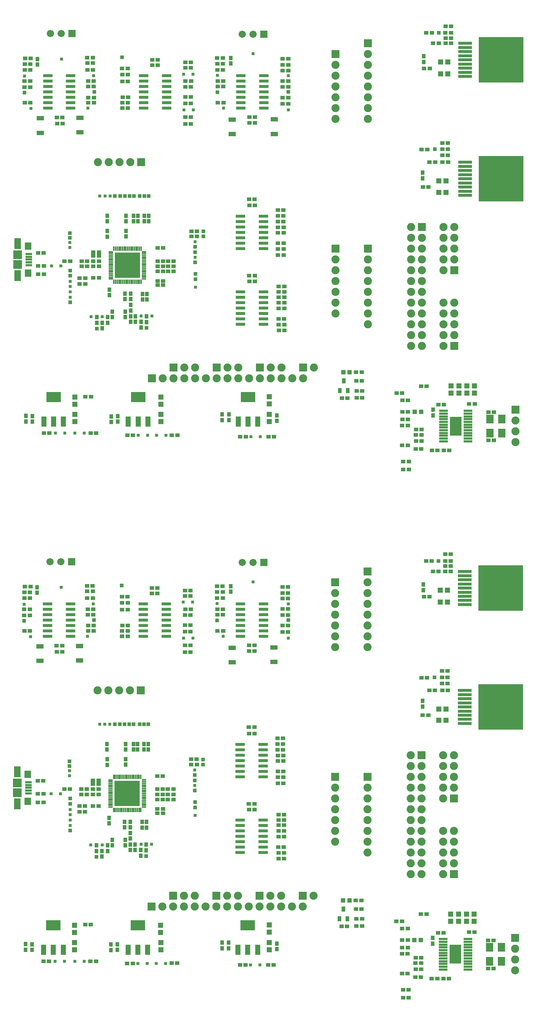
<source format=gbr>
G04 DipTrace 2.4.0.2*
%INTopMask.gbr*%
%MOMM*%
%ADD39R,0.635X0.635*%
%ADD57R,2.704X4.404*%
%ADD59R,2.004X0.604*%
%ADD61R,10.504X10.704*%
%ADD63R,3.204X0.804*%
%ADD65R,2.204X0.804*%
%ADD67R,5.904X5.904*%
%ADD69O,1.054X0.404*%
%ADD71O,0.404X1.054*%
%ADD73R,3.454X2.354*%
%ADD75R,1.154X2.354*%
%ADD77R,0.839X0.839*%
%ADD79R,1.804X2.004*%
%ADD81C,1.704*%
%ADD83R,1.704X1.704*%
%ADD85R,0.854X1.254*%
%ADD87R,2.104X2.004*%
%ADD89R,1.504X2.504*%
%ADD91R,1.604X1.804*%
%ADD93R,1.554X0.604*%
%ADD95C,1.904*%
%ADD97R,1.904X1.904*%
%ADD99R,1.004X1.004*%
%ADD101R,1.804X1.004*%
%ADD103R,0.804X0.804*%
%ADD105R,1.304X1.204*%
%ADD107R,1.104X0.904*%
%ADD109R,0.904X1.104*%
%ADD111R,1.204X1.304*%
%FSLAX53Y53*%
G04*
G71*
G90*
G75*
G01*
%LNTopMask*%
%LPD*%
D111*
X64056Y110658D3*
Y112358D3*
D109*
X54506Y111008D3*
Y112308D3*
D107*
X59336Y182198D3*
X60636D3*
X14066Y182098D3*
X15366D3*
X59336Y161478D3*
X60636D3*
X59346Y143548D3*
X60646D3*
X36476Y194348D3*
X37776D3*
D111*
X64056Y116508D3*
Y114808D3*
D107*
X67346Y160308D3*
X66046D3*
X51886Y190648D3*
X53186D3*
X37736Y151458D3*
X39036D3*
X51836Y194698D3*
X53136D3*
D111*
X38571Y110618D3*
Y112318D3*
D107*
X68486Y190698D3*
X67186D3*
D105*
X106026Y195168D3*
X104326D3*
D111*
X38521Y116418D3*
Y114718D3*
D107*
X40236Y148358D3*
X41536D3*
D109*
X30296Y154128D3*
Y155428D3*
D107*
X37736Y147158D3*
X39036D3*
D109*
X28371Y110618D3*
Y111918D3*
D105*
X106026Y192368D3*
X104326D3*
D107*
X37736Y145958D3*
X39036D3*
X67396Y149758D3*
X66096D3*
X68486Y194498D3*
X67186D3*
X37786Y143708D3*
X39086D3*
X29426Y193598D3*
X30726D3*
D109*
X25946Y154098D3*
Y155398D3*
D107*
X37786Y142758D3*
X39086D3*
D109*
X35236Y140658D3*
Y139358D3*
D107*
X6466Y190648D3*
X7766D3*
X67546Y142398D3*
X66246D3*
D109*
X34186Y140658D3*
Y139358D3*
X33886Y134058D3*
Y132758D3*
D107*
X23936Y148358D3*
X22636D3*
D111*
X18291Y110668D3*
Y112368D3*
D107*
X6516Y194598D3*
X7816D3*
D109*
X31436Y140708D3*
Y139408D3*
D107*
X23936Y147158D3*
X22636D3*
D111*
X18291Y116418D3*
Y114718D3*
D109*
X30036Y140708D3*
Y139408D3*
X8291Y110618D3*
Y111918D3*
X30186Y136458D3*
Y135158D3*
D107*
X22716Y190648D3*
X21416D3*
D109*
X27136Y136458D3*
Y135158D3*
X24736Y133858D3*
Y132558D3*
D107*
X23936Y144408D3*
X22636D3*
D105*
X105626Y167178D3*
X103926D3*
X105626Y164528D3*
X103926D3*
D109*
X26436Y141658D3*
Y140358D3*
D107*
X67596Y132098D3*
X66296D3*
X22566Y194848D3*
X21266D3*
X85896Y116228D3*
X84596D3*
X41536Y147158D3*
X40236D3*
X19886Y148358D3*
X21186D3*
D109*
X31436Y136758D3*
Y138058D3*
D107*
X19886Y147158D3*
X21186D3*
X41536Y145958D3*
X40236D3*
X30826Y186848D3*
X29526D3*
X45626Y190648D3*
X44326D3*
X45576Y185398D3*
X44276D3*
X10986Y147258D3*
X9686D3*
X115546Y112808D3*
X116846D3*
X115546Y106258D3*
X116846D3*
D111*
X112296Y119008D3*
Y117308D3*
X110496Y119008D3*
Y117308D3*
X108646Y119008D3*
Y117308D3*
X106796Y119008D3*
Y117308D3*
D109*
X102546Y112108D3*
Y113408D3*
D107*
X105096Y114658D3*
X103796D3*
X95346Y115608D3*
X96646D3*
D103*
X61886Y107068D3*
X59686D3*
D101*
X55336Y181598D3*
Y178198D3*
D103*
X37521Y107418D3*
X39721D3*
X35371D3*
X33171D3*
D101*
X65186Y181648D3*
Y178248D3*
X10166Y181898D3*
Y178498D3*
D103*
X18341Y107968D3*
X20541D3*
X15941Y107918D3*
X13741D3*
D101*
X19466Y182048D3*
Y178648D3*
D99*
X81446Y122278D3*
X82946D3*
D103*
X46076Y192298D3*
X43876D3*
X46126Y183848D3*
X43926D3*
X14986Y147258D3*
X12786D3*
D99*
X99746Y112908D3*
X98246D3*
D97*
X71976Y123318D3*
D95*
X74516D3*
D97*
X87216Y199518D3*
D95*
Y196978D3*
Y194438D3*
Y191898D3*
Y189358D3*
Y186818D3*
Y184278D3*
Y181738D3*
D97*
X79596Y196978D3*
D95*
Y194438D3*
Y191898D3*
Y189358D3*
Y186818D3*
Y184278D3*
Y181738D3*
D97*
X33876Y171578D3*
D95*
X31336D3*
X28796D3*
X26256D3*
X23716D3*
D93*
X7486Y150008D3*
Y149358D3*
Y148708D3*
Y148058D3*
Y147408D3*
D91*
X7261Y151908D3*
Y145508D3*
D89*
X4811Y152458D3*
Y144958D3*
D87*
Y149858D3*
Y147558D3*
D97*
X87216Y151258D3*
D95*
Y148718D3*
Y146178D3*
Y143638D3*
Y141098D3*
Y138558D3*
Y136018D3*
Y133478D3*
D97*
X79596Y151258D3*
D95*
Y148718D3*
Y146178D3*
Y143638D3*
Y141098D3*
Y138558D3*
Y136018D3*
D97*
X99916Y156338D3*
D95*
X97376D3*
X99916Y153798D3*
X97376D3*
X99916Y151258D3*
X97376D3*
X99916Y148718D3*
X97376D3*
X99916Y146178D3*
X97376D3*
X99916Y143638D3*
X97376D3*
X99916Y141098D3*
X97376D3*
X99916Y138558D3*
X97376D3*
X99916Y136018D3*
X97376D3*
X99916Y133478D3*
X97376D3*
X99916Y130938D3*
X97376D3*
X99916Y128398D3*
X97376D3*
D97*
X51656Y123318D3*
D95*
X54196D3*
X56736D3*
D97*
X107536Y146178D3*
D95*
X104996D3*
X107536Y148718D3*
X104996D3*
X107536Y151258D3*
X104996D3*
X107536Y153798D3*
X104996D3*
X107536Y156338D3*
X104996D3*
D97*
X61816Y123318D3*
D95*
X64356D3*
X66896D3*
D97*
X107536Y128398D3*
D95*
X104996D3*
X107536Y130938D3*
X104996D3*
X107536Y133478D3*
X104996D3*
X107536Y136018D3*
X104996D3*
X107536Y138558D3*
X104996D3*
D97*
X36416Y120778D3*
D95*
X38956D3*
X41496D3*
X44036D3*
X46576D3*
X49116D3*
X51656D3*
X54196D3*
X56736D3*
X59276D3*
X61816D3*
X64356D3*
X66896D3*
X69436D3*
X71976D3*
D97*
X41496Y123318D3*
D95*
X44036D3*
X46576D3*
D97*
X121896Y113408D3*
D95*
Y110868D3*
Y108328D3*
Y105788D3*
D85*
X80596Y117928D3*
X82496D3*
X81546Y120228D3*
D109*
X65836Y110818D3*
Y112118D3*
D107*
X65136Y107068D3*
X63836D3*
D109*
X52956Y112308D3*
Y111008D3*
D107*
X60636Y180798D3*
X59336D3*
X15416Y180648D3*
X14116D3*
X60586Y162928D3*
X59286D3*
X60596Y144898D3*
X59296D3*
X37776Y195648D3*
X36476D3*
X57206Y107058D3*
X58506D3*
X105476Y203568D3*
X106776D3*
X67346Y157658D3*
X66046D3*
Y158958D3*
X67346D3*
X53186Y189348D3*
X51886D3*
D109*
X35636Y159008D3*
Y157708D3*
D107*
X105451Y202008D3*
X106751D3*
X45726Y155388D3*
X47026D3*
X42421Y107468D3*
X41121D3*
D109*
X34636Y159008D3*
Y157708D3*
X33136D3*
Y159008D3*
D107*
X100976Y201968D3*
X102276D3*
X105476Y200768D3*
X106776D3*
X53136Y193298D3*
X51836D3*
X51936Y185548D3*
X53236D3*
X67396Y156308D3*
X66096D3*
X45736Y154158D3*
X47036D3*
X102576Y199518D3*
X103876D3*
X105476D3*
X106776D3*
X51786Y196098D3*
X53086D3*
D109*
X32136Y157708D3*
Y159008D3*
D107*
X67396Y155008D3*
X66096D3*
D83*
X62786Y201648D3*
D81*
X60246D3*
X57706D3*
D107*
X68486Y185298D3*
X67186D3*
D109*
X54986Y196098D3*
Y194798D3*
D107*
X66096Y152558D3*
X67396D3*
D109*
X26821Y111868D3*
Y110568D3*
X30286Y159008D3*
Y157708D3*
D107*
X37736Y148358D3*
X39036D3*
X100461Y193618D3*
X101761D3*
X67186Y189298D3*
X68486D3*
X66096Y151208D3*
X67396D3*
X30671Y107418D3*
X31971D3*
X67186Y195898D3*
X68486D3*
D109*
X100326Y196468D3*
Y195168D3*
D107*
X67186Y193148D3*
X68486D3*
Y186798D3*
X67186D3*
X104726Y176128D3*
X106026D3*
X29476Y190598D3*
X30776D3*
Y192198D3*
X29476D3*
X23341Y107968D3*
X22041D3*
X7766Y189248D3*
X6466D3*
X67546Y139898D3*
X66246D3*
Y141148D3*
X67546D3*
D109*
X35156Y134038D3*
Y135338D3*
D107*
X23936Y150458D3*
X22636D3*
X22096Y116528D3*
X20796D3*
X23936Y149558D3*
X22636D3*
X104726Y174628D3*
X106026D3*
D109*
X32536Y134058D3*
Y135358D3*
D107*
X7816Y193298D3*
X6516D3*
Y185598D3*
X7816D3*
X99876Y174578D3*
X101176D3*
X104726Y173178D3*
X106026D3*
X6616Y195998D3*
X7916D3*
X67546Y138548D3*
X66246D3*
D109*
X6791Y111968D3*
Y110668D3*
D107*
X101726Y171578D3*
X103026D3*
X104776D3*
X106076D3*
X67546Y137198D3*
X66246D3*
X10991Y107968D3*
X12291D3*
D83*
X17616Y201848D3*
D81*
X15076D3*
X12536D3*
D107*
X22766Y185548D3*
X21466D3*
D109*
X9516Y195848D3*
Y194548D3*
D107*
X66196Y134748D3*
X67496D3*
D109*
X26036Y133858D3*
Y135158D3*
D107*
X21216Y196148D3*
X22516D3*
X21416Y189348D3*
X22716D3*
X100176Y165728D3*
X101476D3*
D109*
X23436Y133858D3*
Y135158D3*
D107*
X66246Y133448D3*
X67546D3*
X21266Y193298D3*
X22566D3*
X22766Y186798D3*
X21466D3*
D109*
X100126Y169128D3*
Y167828D3*
X25936Y159008D3*
Y157708D3*
D107*
X85896Y117878D3*
X84596D3*
D109*
X31436Y134058D3*
Y135358D3*
D107*
X15886Y148358D3*
X17186D3*
X85796Y120178D3*
X84496D3*
X85746Y122278D3*
X84446D3*
X30776Y184298D3*
X29476D3*
Y185548D3*
X30776D3*
X81096Y116178D3*
X82396D3*
X45576Y193798D3*
X44276D3*
X45576Y189298D3*
X44276D3*
Y195048D3*
X45576D3*
Y182148D3*
X44276D3*
X45576Y186948D3*
X44276D3*
Y180548D3*
X45576D3*
X10936Y150308D3*
X9636D3*
X10986Y145258D3*
X9686D3*
X98546Y108758D3*
X99846D3*
X98546Y106058D3*
X99846D3*
X112346Y114808D3*
X111046D3*
X96646Y111158D3*
X95346D3*
X96596Y109708D3*
X95296D3*
X96596Y105058D3*
X95296D3*
X98496Y107508D3*
X99796D3*
X95346Y112958D3*
X96646D3*
X93996Y117328D3*
X95296D3*
X99746Y118978D3*
X101046D3*
D79*
X115896Y111258D3*
X118696D3*
X115896Y107908D3*
X118696D3*
D107*
X102296Y103858D3*
X103596D3*
X106346D3*
X105046D3*
D39*
X51836Y191998D3*
D77*
Y188048D3*
D39*
X53286Y184298D3*
D77*
X35636Y163658D3*
X103876Y201968D3*
X48536Y155358D3*
X34636Y163658D3*
X33586D3*
X48536Y154158D3*
X32186Y163658D3*
D39*
X46586Y152858D3*
X60236Y197098D3*
D77*
X46586Y151708D3*
Y150458D3*
X31136Y163658D3*
D39*
X46586Y149258D3*
X68536Y191898D3*
D77*
X46586Y148058D3*
X68536Y188098D3*
D39*
Y183898D3*
D77*
X30036Y163658D3*
X28936D3*
X27736D3*
X46646Y144078D3*
D39*
X26586Y163658D3*
D77*
X46646Y145378D3*
D39*
X25386Y163658D3*
X46636Y142258D3*
X24186Y163658D3*
D77*
X17136Y154958D3*
D39*
X6416Y191848D3*
D77*
X17136Y153808D3*
D39*
Y152708D3*
X36386Y135458D3*
D77*
X6416Y187948D3*
D39*
X17136Y151558D3*
X7966Y184248D3*
D77*
X35136Y132658D3*
D39*
X33906Y135448D3*
D77*
X102976Y174628D3*
D39*
X15166Y195848D3*
D77*
X17236Y146158D3*
Y144908D3*
D39*
Y143608D3*
X22666Y191898D3*
X17236Y142358D3*
D77*
X22866Y188148D3*
D39*
X21366Y184298D3*
X24776Y135248D3*
X17236Y141108D3*
D77*
X23436Y132458D3*
D39*
X17236Y139858D3*
X22086Y135258D3*
D77*
X17236Y138658D3*
X29396Y196228D3*
D75*
X56736Y110618D3*
X59036D3*
X61336D3*
D73*
X59036Y116418D3*
D71*
X33876Y151258D3*
X33476D3*
X33076D3*
X32676D3*
X32276D3*
X31876D3*
X31476D3*
X31076D3*
X30676D3*
X30276D3*
X29876D3*
X29476D3*
X29076D3*
X28676D3*
X28276D3*
X27876D3*
X27476D3*
D69*
X26781Y150553D3*
Y150153D3*
Y149753D3*
Y149353D3*
Y148953D3*
Y148553D3*
Y148153D3*
Y147753D3*
Y147353D3*
Y146953D3*
Y146553D3*
Y146153D3*
Y145753D3*
Y145353D3*
Y144953D3*
Y144553D3*
Y144153D3*
D71*
X27486Y143458D3*
X27886D3*
X28286D3*
X28686D3*
X29086D3*
X29486D3*
X29886D3*
X30286D3*
X30686D3*
X31086D3*
X31486D3*
X31886D3*
X32286D3*
X32686D3*
X33086D3*
X33486D3*
X33886D3*
D69*
X34581Y144163D3*
Y144563D3*
Y144963D3*
Y145363D3*
Y145763D3*
Y146163D3*
Y146563D3*
Y146963D3*
Y147363D3*
Y147763D3*
Y148163D3*
Y148563D3*
Y148963D3*
Y149363D3*
Y149763D3*
Y150163D3*
Y150563D3*
D67*
X30681Y147358D3*
D65*
X57336Y191898D3*
Y190628D3*
Y189358D3*
Y188088D3*
Y186818D3*
Y185548D3*
Y184278D3*
X62736D3*
Y185548D3*
Y186818D3*
Y188088D3*
Y189358D3*
Y190628D3*
Y191898D3*
X57236Y158878D3*
Y157608D3*
Y156338D3*
Y155068D3*
Y153798D3*
Y152528D3*
Y151258D3*
X62636D3*
Y152528D3*
Y153798D3*
Y155068D3*
Y156338D3*
Y157608D3*
Y158878D3*
D63*
X110076Y199518D3*
Y198548D3*
Y197578D3*
Y196608D3*
Y195638D3*
Y194668D3*
Y193698D3*
Y192728D3*
Y191758D3*
D61*
X118526Y195638D3*
D75*
X30876Y110618D3*
X33176D3*
X35476D3*
D73*
X33176Y116418D3*
D65*
X34476Y191898D3*
Y190628D3*
Y189358D3*
Y188088D3*
Y186818D3*
Y185548D3*
Y184278D3*
X39876D3*
Y185548D3*
Y186818D3*
Y188088D3*
Y189358D3*
Y190628D3*
Y191898D3*
X11916D3*
Y190628D3*
Y189358D3*
Y188088D3*
Y186818D3*
Y185548D3*
Y184278D3*
X17316D3*
Y185548D3*
Y186818D3*
Y188088D3*
Y189358D3*
Y190628D3*
Y191898D3*
D75*
X11016Y110618D3*
X13316D3*
X15616D3*
D73*
X13316Y116418D3*
D65*
X57236Y141098D3*
Y139828D3*
Y138558D3*
Y137288D3*
Y136018D3*
Y134748D3*
Y133478D3*
X62636D3*
Y134748D3*
Y136018D3*
Y137288D3*
Y138558D3*
Y139828D3*
Y141098D3*
D63*
X110076Y171578D3*
Y170608D3*
Y169638D3*
Y168668D3*
Y167698D3*
Y166728D3*
Y165758D3*
Y164788D3*
Y163818D3*
D61*
X118526Y167698D3*
D59*
X104996Y113158D3*
Y112508D3*
Y111858D3*
Y111208D3*
Y110558D3*
Y109908D3*
Y109258D3*
Y108608D3*
Y107958D3*
Y107308D3*
Y106658D3*
Y106008D3*
X110796D3*
Y106658D3*
Y107308D3*
Y107958D3*
Y108608D3*
Y109258D3*
Y109908D3*
Y110558D3*
Y111208D3*
Y111858D3*
Y112508D3*
Y113158D3*
D57*
X107896Y109583D3*
D107*
X98446Y104228D3*
X99746D3*
X96846Y99378D3*
X95546D3*
X96846Y101228D3*
X95546D3*
X19446Y144378D3*
X20746D3*
X19446Y143028D3*
X20746D3*
D111*
X63993Y-13453D3*
Y-11753D3*
D109*
X54443Y-13103D3*
Y-11803D3*
D107*
X59273Y58087D3*
X60573D3*
X14003Y57987D3*
X15303D3*
X59273Y37367D3*
X60573D3*
X59283Y19437D3*
X60583D3*
X36413Y70237D3*
X37713D3*
D111*
X63993Y-7603D3*
Y-9303D3*
D107*
X67283Y36197D3*
X65983D3*
X51823Y66537D3*
X53123D3*
X37673Y27347D3*
X38973D3*
X51773Y70587D3*
X53073D3*
D111*
X38509Y-13493D3*
Y-11793D3*
D107*
X68423Y66587D3*
X67123D3*
D105*
X105963Y71057D3*
X104263D3*
D111*
X38459Y-7693D3*
Y-9393D3*
D107*
X40173Y24247D3*
X41473D3*
D109*
X30233Y30017D3*
Y31317D3*
D107*
X37673Y23047D3*
X38973D3*
D109*
X28309Y-13493D3*
Y-12193D3*
D105*
X105963Y68257D3*
X104263D3*
D107*
X37673Y21847D3*
X38973D3*
X67333Y25647D3*
X66033D3*
X68423Y70387D3*
X67123D3*
X37723Y19597D3*
X39023D3*
X29363Y69487D3*
X30663D3*
D109*
X25883Y29987D3*
Y31287D3*
D107*
X37723Y18647D3*
X39023D3*
D109*
X35173Y16547D3*
Y15247D3*
D107*
X6403Y66537D3*
X7703D3*
X67483Y18287D3*
X66183D3*
D109*
X34123Y16547D3*
Y15247D3*
X33823Y9947D3*
Y8647D3*
D107*
X23873Y24247D3*
X22573D3*
D111*
X18229Y-13443D3*
Y-11743D3*
D107*
X6453Y70487D3*
X7753D3*
D109*
X31373Y16597D3*
Y15297D3*
D107*
X23873Y23047D3*
X22573D3*
D111*
X18229Y-7693D3*
Y-9393D3*
D109*
X29973Y16597D3*
Y15297D3*
X8229Y-13493D3*
Y-12193D3*
X30123Y12347D3*
Y11047D3*
D107*
X22653Y66537D3*
X21353D3*
D109*
X27073Y12347D3*
Y11047D3*
X24673Y9747D3*
Y8447D3*
D107*
X23873Y20297D3*
X22573D3*
D105*
X105563Y43067D3*
X103863D3*
X105563Y40417D3*
X103863D3*
D109*
X26373Y17547D3*
Y16247D3*
D107*
X67533Y7987D3*
X66233D3*
X22503Y70737D3*
X21203D3*
X85833Y-7883D3*
X84533D3*
X41473Y23047D3*
X40173D3*
X19823Y24247D3*
X21123D3*
D109*
X31373Y12647D3*
Y13947D3*
D107*
X19823Y23047D3*
X21123D3*
X41473Y21847D3*
X40173D3*
X30763Y62737D3*
X29463D3*
X45563Y66537D3*
X44263D3*
X45513Y61287D3*
X44213D3*
X10923Y23147D3*
X9623D3*
X115483Y-11303D3*
X116783D3*
X115483Y-17853D3*
X116783D3*
D111*
X112233Y-5103D3*
Y-6803D3*
X110433Y-5103D3*
Y-6803D3*
X108583Y-5103D3*
Y-6803D3*
X106733Y-5103D3*
Y-6803D3*
D109*
X102483Y-12003D3*
Y-10703D3*
D107*
X105033Y-9453D3*
X103733D3*
X95283Y-8503D3*
X96583D3*
D103*
X61823Y-17043D3*
X59623D3*
D101*
X55273Y57487D3*
Y54087D3*
D103*
X37459Y-16693D3*
X39659D3*
X35309D3*
X33109D3*
D101*
X65123Y57537D3*
Y54137D3*
X10103Y57787D3*
Y54387D3*
D103*
X18279Y-16143D3*
X20479D3*
X15879Y-16193D3*
X13679D3*
D101*
X19403Y57937D3*
Y54537D3*
D99*
X81383Y-1833D3*
X82883D3*
D103*
X46013Y68187D3*
X43813D3*
X46063Y59737D3*
X43863D3*
X14923Y23147D3*
X12723D3*
D99*
X99683Y-11203D3*
X98183D3*
D97*
X71913Y-793D3*
D95*
X74453D3*
D97*
X87153Y75407D3*
D95*
Y72867D3*
Y70327D3*
Y67787D3*
Y65247D3*
Y62707D3*
Y60167D3*
Y57627D3*
D97*
X79533Y72867D3*
D95*
Y70327D3*
Y67787D3*
Y65247D3*
Y62707D3*
Y60167D3*
Y57627D3*
D97*
X33813Y47467D3*
D95*
X31273D3*
X28733D3*
X26193D3*
X23653D3*
D93*
X7423Y25897D3*
Y25247D3*
Y24597D3*
Y23947D3*
Y23297D3*
D91*
X7198Y27797D3*
Y21397D3*
D89*
X4748Y28347D3*
Y20847D3*
D87*
Y25747D3*
Y23447D3*
D97*
X87153Y27147D3*
D95*
Y24607D3*
Y22067D3*
Y19527D3*
Y16987D3*
Y14447D3*
Y11907D3*
Y9367D3*
D97*
X79533Y27147D3*
D95*
Y24607D3*
Y22067D3*
Y19527D3*
Y16987D3*
Y14447D3*
Y11907D3*
D97*
X99853Y32227D3*
D95*
X97313D3*
X99853Y29687D3*
X97313D3*
X99853Y27147D3*
X97313D3*
X99853Y24607D3*
X97313D3*
X99853Y22067D3*
X97313D3*
X99853Y19527D3*
X97313D3*
X99853Y16987D3*
X97313D3*
X99853Y14447D3*
X97313D3*
X99853Y11907D3*
X97313D3*
X99853Y9367D3*
X97313D3*
X99853Y6827D3*
X97313D3*
X99853Y4287D3*
X97313D3*
D97*
X51593Y-793D3*
D95*
X54133D3*
X56673D3*
D97*
X107473Y22067D3*
D95*
X104933D3*
X107473Y24607D3*
X104933D3*
X107473Y27147D3*
X104933D3*
X107473Y29687D3*
X104933D3*
X107473Y32227D3*
X104933D3*
D97*
X61753Y-793D3*
D95*
X64293D3*
X66833D3*
D97*
X107473Y4287D3*
D95*
X104933D3*
X107473Y6827D3*
X104933D3*
X107473Y9367D3*
X104933D3*
X107473Y11907D3*
X104933D3*
X107473Y14447D3*
X104933D3*
D97*
X36353Y-3333D3*
D95*
X38893D3*
X41433D3*
X43973D3*
X46513D3*
X49053D3*
X51593D3*
X54133D3*
X56673D3*
X59213D3*
X61753D3*
X64293D3*
X66833D3*
X69373D3*
X71913D3*
D97*
X41433Y-793D3*
D95*
X43973D3*
X46513D3*
D97*
X121833Y-10703D3*
D95*
Y-13243D3*
Y-15783D3*
Y-18323D3*
D85*
X80533Y-6183D3*
X82433D3*
X81483Y-3883D3*
D109*
X65773Y-13293D3*
Y-11993D3*
D107*
X65073Y-17043D3*
X63773D3*
D109*
X52893Y-11803D3*
Y-13103D3*
D107*
X60573Y56687D3*
X59273D3*
X15353Y56537D3*
X14053D3*
X60523Y38817D3*
X59223D3*
X60533Y20787D3*
X59233D3*
X37713Y71537D3*
X36413D3*
X57143Y-17053D3*
X58443D3*
X105413Y79457D3*
X106713D3*
X67283Y33547D3*
X65983D3*
Y34847D3*
X67283D3*
X53123Y65237D3*
X51823D3*
D109*
X35573Y34897D3*
Y33597D3*
D107*
X105388Y77897D3*
X106688D3*
X45663Y31277D3*
X46963D3*
X42359Y-16643D3*
X41059D3*
D109*
X34573Y34897D3*
Y33597D3*
X33073D3*
Y34897D3*
D107*
X100913Y77857D3*
X102213D3*
X105413Y76657D3*
X106713D3*
X53073Y69187D3*
X51773D3*
X51873Y61437D3*
X53173D3*
X67333Y32197D3*
X66033D3*
X45673Y30047D3*
X46973D3*
X102513Y75407D3*
X103813D3*
X105413D3*
X106713D3*
X51723Y71987D3*
X53023D3*
D109*
X32073Y33597D3*
Y34897D3*
D107*
X67333Y30897D3*
X66033D3*
D83*
X62723Y77537D3*
D81*
X60183D3*
X57643D3*
D107*
X68423Y61187D3*
X67123D3*
D109*
X54923Y71987D3*
Y70687D3*
D107*
X66033Y28447D3*
X67333D3*
D109*
X26759Y-12243D3*
Y-13543D3*
X30223Y34897D3*
Y33597D3*
D107*
X37673Y24247D3*
X38973D3*
X100398Y69507D3*
X101698D3*
X67123Y65187D3*
X68423D3*
X66033Y27097D3*
X67333D3*
X30609Y-16693D3*
X31909D3*
X67123Y71787D3*
X68423D3*
D109*
X100263Y72357D3*
Y71057D3*
D107*
X67123Y69037D3*
X68423D3*
Y62687D3*
X67123D3*
X104663Y52017D3*
X105963D3*
X29413Y66487D3*
X30713D3*
Y68087D3*
X29413D3*
X23279Y-16143D3*
X21979D3*
X7703Y65137D3*
X6403D3*
X67483Y15787D3*
X66183D3*
Y17037D3*
X67483D3*
D109*
X35093Y9927D3*
Y11227D3*
D107*
X23873Y26347D3*
X22573D3*
X22033Y-7583D3*
X20733D3*
X23873Y25447D3*
X22573D3*
X104663Y50517D3*
X105963D3*
D109*
X32473Y9947D3*
Y11247D3*
D107*
X7753Y69187D3*
X6453D3*
Y61487D3*
X7753D3*
X99813Y50467D3*
X101113D3*
X104663Y49067D3*
X105963D3*
X6553Y71887D3*
X7853D3*
X67483Y14437D3*
X66183D3*
D109*
X6729Y-12143D3*
Y-13443D3*
D107*
X101663Y47467D3*
X102963D3*
X104713D3*
X106013D3*
X67483Y13087D3*
X66183D3*
X10929Y-16143D3*
X12229D3*
D83*
X17553Y77737D3*
D81*
X15013D3*
X12473D3*
D107*
X22703Y61437D3*
X21403D3*
D109*
X9453Y71737D3*
Y70437D3*
D107*
X66133Y10637D3*
X67433D3*
D109*
X25973Y9747D3*
Y11047D3*
D107*
X21153Y72037D3*
X22453D3*
X21353Y65237D3*
X22653D3*
X100113Y41617D3*
X101413D3*
D109*
X23373Y9747D3*
Y11047D3*
D107*
X66183Y9337D3*
X67483D3*
X21203Y69187D3*
X22503D3*
X22703Y62687D3*
X21403D3*
D109*
X100063Y45017D3*
Y43717D3*
X25873Y34897D3*
Y33597D3*
D107*
X85833Y-6233D3*
X84533D3*
D109*
X31373Y9947D3*
Y11247D3*
D107*
X15823Y24247D3*
X17123D3*
X85733Y-3933D3*
X84433D3*
X85683Y-1833D3*
X84383D3*
X30713Y60187D3*
X29413D3*
Y61437D3*
X30713D3*
X81033Y-7933D3*
X82333D3*
X45513Y69687D3*
X44213D3*
X45513Y65187D3*
X44213D3*
Y70937D3*
X45513D3*
Y58037D3*
X44213D3*
X45513Y62837D3*
X44213D3*
Y56437D3*
X45513D3*
X10873Y26197D3*
X9573D3*
X10923Y21147D3*
X9623D3*
X98483Y-15353D3*
X99783D3*
X98483Y-18053D3*
X99783D3*
X112283Y-9303D3*
X110983D3*
X96583Y-12953D3*
X95283D3*
X96533Y-14403D3*
X95233D3*
X96533Y-19053D3*
X95233D3*
X98433Y-16603D3*
X99733D3*
X95283Y-11153D3*
X96583D3*
X93933Y-6783D3*
X95233D3*
X99683Y-5133D3*
X100983D3*
D79*
X115833Y-12853D3*
X118633D3*
X115833Y-16203D3*
X118633D3*
D107*
X102233Y-20253D3*
X103533D3*
X106283D3*
X104983D3*
D39*
X51773Y67887D3*
D77*
Y63937D3*
D39*
X53223Y60187D3*
D77*
X35573Y39547D3*
X103813Y77857D3*
X48473Y31247D3*
X34573Y39547D3*
X33523D3*
X48473Y30047D3*
X32123Y39547D3*
D39*
X46523Y28747D3*
X60173Y72987D3*
D77*
X46523Y27597D3*
Y26347D3*
X31073Y39547D3*
D39*
X46523Y25147D3*
X68473Y67787D3*
D77*
X46523Y23947D3*
X68473Y63987D3*
D39*
Y59787D3*
D77*
X29973Y39547D3*
X28873D3*
X27673D3*
X46583Y19967D3*
D39*
X26523Y39547D3*
D77*
X46583Y21267D3*
D39*
X25323Y39547D3*
X46573Y18147D3*
X24123Y39547D3*
D77*
X17073Y30847D3*
D39*
X6353Y67737D3*
D77*
X17073Y29697D3*
D39*
Y28597D3*
X36323Y11347D3*
D77*
X6353Y63837D3*
D39*
X17073Y27447D3*
X7903Y60137D3*
D77*
X35073Y8547D3*
D39*
X33843Y11337D3*
D77*
X102913Y50517D3*
D39*
X15103Y71737D3*
D77*
X17173Y22047D3*
Y20797D3*
D39*
Y19497D3*
X22603Y67787D3*
X17173Y18247D3*
D77*
X22803Y64037D3*
D39*
X21303Y60187D3*
X24713Y11137D3*
X17173Y16997D3*
D77*
X23373Y8347D3*
D39*
X17173Y15747D3*
X22023Y11147D3*
D77*
X17173Y14547D3*
X29333Y72117D3*
D75*
X56673Y-13493D3*
X58973D3*
X61273D3*
D73*
X58973Y-7693D3*
D71*
X33813Y27147D3*
X33413D3*
X33013D3*
X32613D3*
X32213D3*
X31813D3*
X31413D3*
X31013D3*
X30613D3*
X30213D3*
X29813D3*
X29413D3*
X29013D3*
X28613D3*
X28213D3*
X27813D3*
X27413D3*
D69*
X26718Y26442D3*
Y26042D3*
Y25642D3*
Y25242D3*
Y24842D3*
Y24442D3*
Y24042D3*
Y23642D3*
Y23242D3*
Y22842D3*
Y22442D3*
Y22042D3*
Y21642D3*
Y21242D3*
Y20842D3*
Y20442D3*
Y20042D3*
D71*
X27423Y19347D3*
X27823D3*
X28223D3*
X28623D3*
X29023D3*
X29423D3*
X29823D3*
X30223D3*
X30623D3*
X31023D3*
X31423D3*
X31823D3*
X32223D3*
X32623D3*
X33023D3*
X33423D3*
X33823D3*
D69*
X34518Y20052D3*
Y20452D3*
Y20852D3*
Y21252D3*
Y21652D3*
Y22052D3*
Y22452D3*
Y22852D3*
Y23252D3*
Y23652D3*
Y24052D3*
Y24452D3*
Y24852D3*
Y25252D3*
Y25652D3*
Y26052D3*
Y26452D3*
D67*
X30618Y23247D3*
D65*
X57273Y67787D3*
Y66517D3*
Y65247D3*
Y63977D3*
Y62707D3*
Y61437D3*
Y60167D3*
X62673D3*
Y61437D3*
Y62707D3*
Y63977D3*
Y65247D3*
Y66517D3*
Y67787D3*
X57173Y34767D3*
Y33497D3*
Y32227D3*
Y30957D3*
Y29687D3*
Y28417D3*
Y27147D3*
X62573D3*
Y28417D3*
Y29687D3*
Y30957D3*
Y32227D3*
Y33497D3*
Y34767D3*
D63*
X110013Y75407D3*
Y74437D3*
Y73467D3*
Y72497D3*
Y71527D3*
Y70557D3*
Y69587D3*
Y68617D3*
Y67647D3*
D61*
X118463Y71527D3*
D75*
X30813Y-13493D3*
X33113D3*
X35413D3*
D73*
X33113Y-7693D3*
D65*
X34413Y67787D3*
Y66517D3*
Y65247D3*
Y63977D3*
Y62707D3*
Y61437D3*
Y60167D3*
X39813D3*
Y61437D3*
Y62707D3*
Y63977D3*
Y65247D3*
Y66517D3*
Y67787D3*
X11853D3*
Y66517D3*
Y65247D3*
Y63977D3*
Y62707D3*
Y61437D3*
Y60167D3*
X17253D3*
Y61437D3*
Y62707D3*
Y63977D3*
Y65247D3*
Y66517D3*
Y67787D3*
D75*
X10953Y-13493D3*
X13253D3*
X15553D3*
D73*
X13253Y-7693D3*
D65*
X57173Y16987D3*
Y15717D3*
Y14447D3*
Y13177D3*
Y11907D3*
Y10637D3*
Y9367D3*
X62573D3*
Y10637D3*
Y11907D3*
Y13177D3*
Y14447D3*
Y15717D3*
Y16987D3*
D63*
X110013Y47467D3*
Y46497D3*
Y45527D3*
Y44557D3*
Y43587D3*
Y42617D3*
Y41647D3*
Y40677D3*
Y39707D3*
D61*
X118463Y43587D3*
D59*
X104933Y-10953D3*
Y-11603D3*
Y-12253D3*
Y-12903D3*
Y-13553D3*
Y-14203D3*
Y-14853D3*
Y-15503D3*
Y-16153D3*
Y-16803D3*
Y-17453D3*
Y-18103D3*
X110734D3*
X110733Y-17453D3*
Y-16803D3*
Y-16153D3*
Y-15503D3*
Y-14853D3*
Y-14203D3*
Y-13553D3*
Y-12903D3*
Y-12253D3*
Y-11603D3*
Y-10953D3*
D57*
X107833Y-14528D3*
D107*
X98383Y-19883D3*
X99683D3*
X96783Y-24733D3*
X95483D3*
X96783Y-22883D3*
X95483D3*
X19383Y20267D3*
X20683D3*
X19383Y18917D3*
X20683D3*
M02*

</source>
